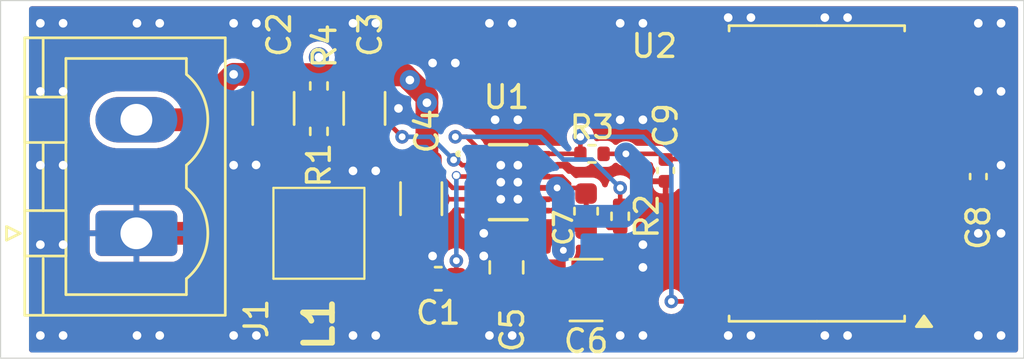
<source format=kicad_pcb>
(kicad_pcb (version 20240108) (generator "pcbnew") (generator_version "8.0")
  (layers (0 "F.Cu" signal "Front") (1 "In1.Cu" signal) (2 "In2.Cu" signal) (31 "B.Cu" signal "Back") (34 "B.Paste" user) (35 "F.Paste" user) (36 "B.SilkS" user "B.Silkscreen") (37 "F.SilkS" user "F.Silkscreen") (38 "B.Mask" user) (39 "F.Mask" user) (44 "Edge.Cuts" user))
  (net 0 "")
  (net 1 "Net-(U1-LX)")
  (net 2 "Net-(U1-BST)")
  (net 3 "24V0")
  (net 4 "GND")
  (net 5 "5.0V")
  (net 6 "+5V_BIAS")
  (net 7 "Net-(U1-EN)")
  (net 8 "Net-(U1-SPS)")
  (net 9 "5V_PG")
  (footprint "Capacitor_SMD:C_0402_1005Metric" (layer "F.Cu") (at 165 125.73 -90)
    (property "Reference" "C9" (at -1.98 0 90) (layer "F.SilkS"))
    (property "Value" "C" (hide yes))
    (fp_line (start -0.107836 0.36) (end 0.107836 0.36) (stroke (width 0.12)) (layer "F.SilkS"))
    (fp_line (start -0.107836 -0.36) (end 0.107836 -0.36) (stroke (width 0.12)) (layer "F.SilkS"))
    (pad "1" smd roundrect (at -0.48 0 270) (size 0.56 0.62) (layers "F.Cu" "F.Paste" "F.Mask") (net 5 "5.0V"))
    (pad "2" smd roundrect (at 0.48 0 270) (size 0.56 0.62) (layers "F.Cu" "F.Paste" "F.Mask") (net 4 "GND"))
  )
  (footprint "Resistor_SMD:R_0402_1005Metric" (layer "F.Cu") (at 161.76 125)
    (property "Reference" "R3" (at 0 -1.17 0) (layer "F.SilkS"))
    (property "Value" "R" (hide yes))
    (fp_line (start -0.153641 -0.38) (end 0.153641 -0.38) (stroke (width 0.12)) (layer "F.SilkS"))
    (fp_line (start -0.153641 0.38) (end 0.153641 0.38) (stroke (width 0.12)) (layer "F.SilkS"))
    (pad "1" smd roundrect (at -0.51 0) (size 0.54 0.64) (layers "F.Cu" "F.Paste" "F.Mask") (net 9 "5V_PG"))
    (pad "2" smd roundrect (at 0.51 0) (size 0.54 0.64) (layers "F.Cu" "F.Paste" "F.Mask") (net 5 "5.0V"))
  )
  (footprint "Capacitor_SMD:C_1206_3216Metric" (layer "F.Cu") (at 151.75 123 -90)
    (property "Reference" "C3" (at -3.25 -0.25 90) (layer "F.SilkS"))
    (property "Value" "C" (hide yes))
    (fp_line (start -0.711252 0.91) (end 0.711252 0.91) (stroke (width 0.12)) (layer "F.SilkS"))
    (fp_line (start -0.711252 -0.91) (end 0.711252 -0.91) (stroke (width 0.12)) (layer "F.SilkS"))
    (pad "1" smd roundrect (at -1.475 0 270) (size 1.15 1.8) (layers "F.Cu" "F.Paste" "F.Mask") (roundrect_rratio 0.217391) (net 3 "24V0"))
    (pad "2" smd roundrect (at 1.475 0 270) (size 1.15 1.8) (layers "F.Cu" "F.Paste" "F.Mask") (roundrect_rratio 0.217391) (net 4 "GND"))
  )
  (footprint "Capacitor_SMD:C_1206_3216Metric" (layer "F.Cu") (at 154.25 126.975 -90)
    (property "Reference" "C4" (at -2.975 -0.25 90) (layer "F.SilkS"))
    (property "Value" "C" (hide yes))
    (fp_line (start -0.711252 0.91) (end 0.711252 0.91) (stroke (width 0.12)) (layer "F.SilkS"))
    (fp_line (start -0.711252 -0.91) (end 0.711252 -0.91) (stroke (width 0.12)) (layer "F.SilkS"))
    (pad "1" smd roundrect (at -1.475 0 270) (size 1.15 1.8) (layers "F.Cu" "F.Paste" "F.Mask") (roundrect_rratio 0.217391) (net 3 "24V0"))
    (pad "2" smd roundrect (at 1.475 0 270) (size 1.15 1.8) (layers "F.Cu" "F.Paste" "F.Mask") (roundrect_rratio 0.217391) (net 4 "GND"))
  )
  (footprint "Capacitor_SMD:C_1210_3225Metric" (layer "F.Cu") (at 161.5 131)
    (property "Reference" "C6" (at 0 2.25 0) (layer "F.SilkS"))
    (property "Value" "22uF" (hide yes))
    (fp_line (start -0.711252 -1.36) (end 0.711252 -1.36) (stroke (width 0.12)) (layer "F.SilkS"))
    (fp_line (start -0.711252 1.36) (end 0.711252 1.36) (stroke (width 0.12)) (layer "F.SilkS"))
    (pad "1" smd roundrect (at -1.475 0) (size 1.15 2.7) (layers "F.Cu" "F.Paste" "F.Mask") (roundrect_rratio 0.217391) (net 5 "5.0V"))
    (pad "2" smd roundrect (at 1.475 0) (size 1.15 2.7) (layers "F.Cu" "F.Paste" "F.Mask") (roundrect_rratio 0.217391) (net 4 "GND"))
  )
  (footprint "Package_SO:SOIC-20W_7.5x12.8mm_P1.27mm" (layer "F.Cu") (at 171.65 125.865 180)
    (property "Reference" "U2" (at 7.15 5.615 0) (layer "F.SilkS"))
    (property "Value" "ATtiny26L-8S" (hide yes))
    (fp_line (start 3.86 6.51) (end 3.86 6.275) (stroke (width 0.12)) (layer "F.SilkS"))
    (fp_line (start 3.86 -6.51) (end 3.86 -6.275) (stroke (width 0.12)) (layer "F.SilkS"))
    (fp_line (start 0 6.51) (end 3.86 6.51) (stroke (width 0.12)) (layer "F.SilkS"))
    (fp_line (start 0 6.51) (end -3.86 6.51) (stroke (width 0.12)) (layer "F.SilkS"))
    (fp_line (start 0 -6.51) (end 3.86 -6.51) (stroke (width 0.12)) (layer "F.SilkS"))
    (fp_line (start 0 -6.51) (end -3.86 -6.51) (stroke (width 0.12)) (layer "F.SilkS"))
    (fp_line (start -3.86 6.51) (end -3.86 6.275) (stroke (width 0.12)) (layer "F.SilkS"))
    (fp_line (start -3.86 -6.51) (end -3.86 -6.275) (stroke (width 0.12)) (layer "F.SilkS"))
    (fp_poly (pts (xy -4.7125 -6.275) (xy -5.0525 -6.745) (xy -4.3725 -6.745) (xy -4.7125 -6.275)) (stroke (width 0.12)) (fill solid) (layer "F.SilkS"))
    (pad "1" smd roundrect (at -4.65 -5.715 180) (size 2.05 0.6) (layers "F.Cu" "F.Paste" "F.Mask"))
    (pad "2" smd roundrect (at -4.65 -4.445 180) (size 2.05 0.6) (layers "F.Cu" "F.Paste" "F.Mask"))
    (pad "3" smd roundrect (at -4.65 -3.175 180) (size 2.05 0.6) (layers "F.Cu" "F.Paste" "F.Mask"))
    (pad "4" smd roundrect (at -4.65 -1.905 180) (size 2.05 0.6) (layers "F.Cu" "F.Paste" "F.Mask"))
    (pad "5" smd roundrect (at -4.65 -0.635 180) (size 2.05 0.6) (layers "F.Cu" "F.Paste" "F.Mask") (net 5 "5.0V"))
    (pad "6" smd roundrect (at -4.65 0.635 180) (size 2.05 0.6) (layers "F.Cu" "F.Paste" "F.Mask") (net 4 "GND"))
    (pad "7" smd roundrect (at -4.65 1.905 180) (size 2.05 0.6) (layers "F.Cu" "F.Paste" "F.Mask"))
    (pad "8" smd roundrect (at -4.65 3.175 180) (size 2.05 0.6) (layers "F.Cu" "F.Paste" "F.Mask"))
    (pad "9" smd roundrect (at -4.65 4.445 180) (size 2.05 0.6) (layers "F.Cu" "F.Paste" "F.Mask"))
    (pad "10" smd roundrect (at -4.65 5.715 180) (size 2.05 0.6) (layers "F.Cu" "F.Paste" "F.Mask"))
    (pad "11" smd roundrect (at 4.65 5.715 180) (size 2.05 0.6) (layers "F.Cu" "F.Paste" "F.Mask"))
    (pad "12" smd roundrect (at 4.65 4.445 180) (size 2.05 0.6) (layers "F.Cu" "F.Paste" "F.Mask"))
    (pad "13" smd roundrect (at 4.65 3.175 180) (size 2.05 0.6) (layers "F.Cu" "F.Paste" "F.Mask"))
    (pad "14" smd roundrect (at 4.65 1.905 180) (size 2.05 0.6) (layers "F.Cu" "F.Paste" "F.Mask"))
    (pad "15" smd roundrect (at 4.65 0.635 180) (size 2.05 0.6) (layers "F.Cu" "F.Paste" "F.Mask") (net 5 "5.0V"))
    (pad "16" smd roundrect (at 4.65 -0.635 180) (size 2.05 0.6) (layers "F.Cu" "F.Paste" "F.Mask") (net 4 "GND"))
    (pad "17" smd roundrect (at 4.65 -1.905 180) (size 2.05 0.6) (layers "F.Cu" "F.Paste" "F.Mask"))
    (pad "18" smd roundrect (at 4.65 -3.175 180) (size 2.05 0.6) (layers "F.Cu" "F.Paste" "F.Mask"))
    (pad "19" smd roundrect (at 4.65 -4.445 180) (size 2.05 0.6) (layers "F.Cu" "F.Paste" "F.Mask"))
    (pad "20" smd roundrect (at 4.65 -5.715 180) (size 2.05 0.6) (layers "F.Cu" "F.Paste" "F.Mask") (net 9 "5V_PG"))
  )
  (footprint "Capacitor_SMD:C_0603_1608Metric" (layer "F.Cu") (at 155 130.5)
    (property "Reference" "C1" (at 0 1.5 0) (layer "F.SilkS"))
    (property "Value" "C" (hide yes))
    (fp_line (start -0.14058 -0.51) (end 0.14058 -0.51) (stroke (width 0.12)) (layer "F.SilkS"))
    (fp_line (start -0.14058 0.51) (end 0.14058 0.51) (stroke (width 0.12)) (layer "F.SilkS"))
    (pad "1" smd roundrect (at -0.775 0) (size 0.9 0.95) (layers "F.Cu" "F.Paste" "F.Mask") (net 1 "Net-(U1-LX)"))
    (pad "2" smd roundrect (at 0.775 0) (size 0.9 0.95) (layers "F.Cu" "F.Paste" "F.Mask") (net 2 "Net-(U1-BST)"))
  )
  (footprint "Capacitor_SMD:C_0805_2012Metric" (layer "F.Cu") (at 158 130 90)
    (property "Reference" "C5" (at -2.75 0.25 90) (layer "F.SilkS"))
    (property "Value" "100nF" (hide yes))
    (fp_line (start -0.261252 -0.735) (end 0.261252 -0.735) (stroke (width 0.12)) (layer "F.SilkS"))
    (fp_line (start -0.261252 0.735) (end 0.261252 0.735) (stroke (width 0.12)) (layer "F.SilkS"))
    (pad "1" smd roundrect (at -0.95 0 90) (size 1 1.45) (layers "F.Cu" "F.Paste" "F.Mask") (net 5 "5.0V"))
    (pad "2" smd roundrect (at 0.95 0 90) (size 1 1.45) (layers "F.Cu" "F.Paste" "F.Mask") (net 4 "GND"))
  )
  (footprint "MAX20076DATCA/V+:21-0664E_MXM" (layer "F.Cu") (at 158.0776 126.25)
    (property "Reference" "U1" (at -0.0776 -3.75 0) (layer "F.SilkS"))
    (property "Value" "MAX20076DATCA/V+" (hide yes))
    (fp_line (start -0.827215 1.651) (end 0.827215 1.651) (stroke (width 0.1524)) (layer "F.SilkS"))
    (fp_line (start 0.827215 -1.651) (end -0.827215 -1.651) (stroke (width 0.1524)) (layer "F.SilkS"))
    (fp_arc (start -2.16154 -1.176171) (mid -2.2566 -1.25) (end -2.16154 -1.323829) (stroke (width 0.1524)) (layer "F.SilkS"))
    (pad "1" smd rect (at -1.4224 -1.25) (size 0.8128 0.254) (layers "F.Cu" "F.Paste" "F.Mask") (net 8 "Net-(U1-SPS)"))
    (pad "2" smd rect (at -1.4224 -0.750001) (size 0.8128 0.254) (layers "F.Cu" "F.Paste" "F.Mask") (net 7 "Net-(U1-EN)"))
    (pad "3" smd rect (at -1.4224 -0.25) (size 0.8128 0.254) (layers "F.Cu" "F.Paste" "F.Mask") (net 2 "Net-(U1-BST)"))
    (pad "4" smd rect (at -1.4224 0.25) (size 0.8128 0.254) (layers "F.Cu" "F.Paste" "F.Mask") (net 3 "24V0"))
    (pad "5" smd rect (at -1.4224 0.750001) (size 0.8128 0.254) (layers "F.Cu" "F.Paste" "F.Mask") (net 1 "Net-(U1-LX)"))
    (pad "6" smd rect (at -1.4224 1.25) (size 0.8128 0.254) (layers "F.Cu" "F.Paste" "F.Mask") (net 4 "GND"))
    (pad "7" smd rect (at 1.4224 1.25) (size 0.8128 0.254) (layers "F.Cu" "F.Paste" "F.Mask") (net 4 "GND"))
    (pad "8" smd rect (at 1.4224 0.750001) (size 0.8128 0.254) (layers "F.Cu" "F.Paste" "F.Mask") (net 6 "+5V_BIAS"))
    (pad "9" smd rect (at 1.4224 0.25) (size 0.8128 0.254) (layers "F.Cu" "F.Paste" "F.Mask") (net 5 "5.0V"))
    (pad "10" smd rect (at 1.4224 -0.25) (size 0.8128 0.254) (layers "F.Cu" "F.Paste" "F.Mask") (net 6 "+5V_BIAS"))
    (pad "11" smd rect (at 1.4224 -0.750001) (size 0.8128 0.254) (layers "F.Cu" "F.Paste" "F.Mask") (net 4 "GND"))
    (pad "12" smd rect (at 1.4224 -1.25) (size 0.8128 0.254) (layers "F.Cu" "F.Paste" "F.Mask") (net 9 "5V_PG"))
    (pad "13" smd rect (at 0 0) (size 1.651 2.5908) (layers "F.Cu" "F.Paste" "F.Mask") (net 4 "GND"))
  )
  (footprint "XAL4030-472MEC:XAL4030472MEC" (layer "F.Cu") (at 149.75 128.5 -90)
    (property "Reference" "L1" (at 4 0 90) (layer "F.SilkS") (effects (font (size 1.27 1.27) (thickness 0.254))))
    (property "Value" "XAL4030-472MEC" (hide yes))
    (fp_line (start -2 2) (end -2 -2) (stroke (width 0.1)) (layer "F.SilkS"))
    (fp_line (start 2 2) (end -2 2) (stroke (width 0.1)) (layer "F.SilkS"))
    (fp_line (start -2 -2) (end 2 -2) (stroke (width 0.1)) (layer "F.SilkS"))
    (fp_line (start 2 -2) (end 2 2) (stroke (width 0.1)) (layer "F.SilkS"))
    (pad "1" smd rect (at -1.185 0 270) (size 0.98 3.4) (layers "F.Cu" "F.Paste" "F.Mask") (net 1 "Net-(U1-LX)"))
    (pad "2" smd rect (at 1.185 0 270) (size 0.98 3.4) (layers "F.Cu" "F.Paste" "F.Mask") (net 5 "5.0V"))
  )
  (footprint "Capacitor_SMD:C_0603_1608Metric" (layer "F.Cu") (at 161.5 127.525 -90)
    (property "Reference" "C7" (at 0.725 1 90) (layer "F.SilkS") (effects (font (size 0.8 0.8))))
    (property "Value" "C" (hide yes))
    (fp_line (start -0.14058 0.51) (end 0.14058 0.51) (stroke (width 0.12)) (layer "F.SilkS"))
    (fp_line (start -0.14058 -0.51) (end 0.14058 -0.51) (stroke (width 0.12)) (layer "F.SilkS"))
    (pad "1" smd roundrect (at -0.775 0 270) (size 0.9 0.95) (layers "F.Cu" "F.Paste" "F.Mask") (net 6 "+5V_BIAS"))
    (pad "2" smd roundrect (at 0.775 0 270) (size 0.9 0.95) (layers "F.Cu" "F.Paste" "F.Mask") (net 4 "GND"))
  )
  (footprint "Capacitor_SMD:C_1206_3216Metric" (layer "F.Cu") (at 147.75 123 -90)
    (property "Reference" "C2" (at -3.25 -0.25 90) (layer "F.SilkS"))
    (property "Value" "C" (hide yes))
    (fp_line (start -0.711252 0.91) (end 0.711252 0.91) (stroke (width 0.12)) (layer "F.SilkS"))
    (fp_line (start -0.711252 -0.91) (end 0.711252 -0.91) (stroke (width 0.12)) (layer "F.SilkS"))
    (pad "1" smd roundrect (at -1.475 0 270) (size 1.15 1.8) (layers "F.Cu" "F.Paste" "F.Mask") (roundrect_rratio 0.217391) (net 3 "24V0"))
    (pad "2" smd roundrect (at 1.475 0 270) (size 1.15 1.8) (layers "F.Cu" "F.Paste" "F.Mask") (roundrect_rratio 0.217391) (net 4 "GND"))
  )
  (footprint "Resistor_SMD:R_0402_1005Metric" (layer "F.Cu") (at 149.75 124.01 -90)
    (property "Reference" "R4" (at -3.76 -0.25 90) (layer "F.SilkS"))
    (property "Value" "R" (hide yes))
    (fp_line (start -0.153641 0.38) (end 0.153641 0.38) (stroke (width 0.12)) (layer "F.SilkS"))
    (fp_line (start -0.153641 -0.38) (end 0.153641 -0.38) (stroke (width 0.12)) (layer "F.SilkS"))
    (pad "1" smd roundrect (at -0.51 0 270) (size 0.54 0.64) (layers "F.Cu" "F.Paste" "F.Mask") (net 7 "Net-(U1-EN)"))
    (pad "2" smd roundrect (at 0.51 0 270) (size 0.54 0.64) (layers "F.Cu" "F.Paste" "F.Mask") (net 4 "GND"))
  )
  (footprint "Resistor_SMD:R_0402_1005Metric" (layer "F.Cu") (at 149.75 122.01 -90)
    (property "Reference" "R1" (at 3.49 0 90) (layer "F.SilkS"))
    (property "Value" "R" (hide yes))
    (fp_line (start -0.153641 0.38) (end 0.153641 0.38) (stroke (width 0.12)) (layer "F.SilkS"))
    (fp_line (start -0.153641 -0.38) (end 0.153641 -0.38) (stroke (width 0.12)) (layer "F.SilkS"))
    (pad "1" smd roundrect (at -0.51 0 270) (size 0.54 0.64) (layers "F.Cu" "F.Paste" "F.Mask") (net 3 "24V0"))
    (pad "2" smd roundrect (at 0.51 0 270) (size 0.54 0.64) (layers "F.Cu" "F.Paste" "F.Mask") (net 7 "Net-(U1-EN)"))
  )
  (footprint "Resistor_SMD:R_0402_1005Metric" (layer "F.Cu") (at 163 127.75 -90)
    (property "Reference" "R2" (at 0 -1.17 90) (layer "F.SilkS"))
    (property "Value" "R" (hide yes))
    (fp_line (start -0.153641 0.38) (end 0.153641 0.38) (stroke (width 0.12)) (layer "F.SilkS"))
    (fp_line (start -0.153641 -0.38) (end 0.153641 -0.38) (stroke (width 0.12)) (layer "F.SilkS"))
    (pad "1" smd roundrect (at -0.51 0 270) (size 0.54 0.64) (layers "F.Cu" "F.Paste" "F.Mask") (net 8 "Net-(U1-SPS)"))
    (pad "2" smd roundrect (at 0.51 0 270) (size 0.54 0.64) (layers "F.Cu" "F.Paste" "F.Mask") (net 6 "+5V_BIAS"))
  )
  (footprint "Connector_Phoenix_MSTB:PhoenixContact_MSTBVA_2,5_2-G_1x02_P5.00mm_Vertical" (layer "F.Cu") (at 141.7225 128.5 90)
    (property "Reference" "J1" (at -3.75 5.2775 90) (layer "F.SilkS"))
    (property "Value" "1778557" (hide yes))
    (fp_line (start 0.3 -5.71) (end 0 -5.11) (stroke (width 0.12)) (layer "F.SilkS"))
    (fp_line (start -0.3 -5.71) (end 0.3 -5.71) (stroke (width 0.12)) (layer "F.SilkS"))
    (fp_line (start 0 -5.11) (end -0.3 -5.71) (stroke (width 0.12)) (layer "F.SilkS"))
    (fp_line (start 8.61 -4.91) (end -3.61 -4.91) (stroke (width 0.12)) (layer "F.SilkS"))
    (fp_line (start 6 -4.91) (end 6 -3.1) (stroke (width 0.12)) (layer "F.SilkS"))
    (fp_line (start 4 -4.91) (end 6 -4.91) (stroke (width 0.12)) (layer "F.SilkS"))
    (fp_line (start 1 -4.91) (end 1 -3.1) (stroke (width 0.12)) (layer "F.SilkS"))
    (fp_line (start -1 -4.91) (end 1 -4.91) (stroke (width 0.12)) (layer "F.SilkS"))
    (fp_line (start -3.61 -4.91) (end -3.61 3.91) (stroke (width 0.12)) (layer "F.SilkS"))
    (fp_line (start 8.61 -4.1) (end 6.11 -4.1) (stroke (width 0.12)) (layer "F.SilkS"))
    (fp_line (start 1 -4.1) (end 4 -4.1) (stroke (width 0.12)) (layer "F.SilkS"))
    (fp_line (start -3.61 -4.1) (end -1.11 -4.1) (stroke (width 0.12)) (layer "F.SilkS"))
    (fp_line (start 7.7 -3.1) (end 7.7 2.2) (stroke (width 0.12)) (layer "F.SilkS"))
    (fp_line (start 6 -3.1) (end 4 -3.1) (stroke (width 0.12)) (layer "F.SilkS"))
    (fp_line (start 4 -3.1) (end 4 -4.91) (stroke (width 0.12)) (layer "F.SilkS"))
    (fp_line (start 1 -3.1) (end -1 -3.1) (stroke (width 0.12)) (layer "F.SilkS"))
    (fp_line (start -1 -3.1) (end -1 -4.91) (stroke (width 0.12)) (layer "F.SilkS"))
    (fp_line (start -2.7 -3.1) (end 7.7 -3.1) (stroke (width 0.12)) (layer "F.SilkS"))
    (fp_line (start 7.7 2.2) (end 7 2.2) (stroke (width 0.12)) (layer "F.SilkS"))
    (fp_line (start 2 2.2) (end 3 2.2) (stroke (width 0.12)) (layer "F.SilkS"))
    (fp_line (start -2 2.2) (end -2.7 2.2) (stroke (width 0.12)) (layer "F.SilkS"))
    (fp_line (start -2.7 2.2) (end -2.7 -3.1) (stroke (width 0.12)) (layer "F.SilkS"))
    (fp_line (start 8.61 3.91) (end 8.61 -4.91) (stroke (width 0.12)) (layer "F.SilkS"))
    (fp_line (start -3.61 3.91) (end 8.61 3.91) (stroke (width 0.12)) (layer "F.SilkS"))
    (fp_arc (start 6.986842 2.215821) (mid 4.989711 3.142758) (end 3 2.2) (stroke (width 0.12)) (layer "F.SilkS"))
    (fp_arc (start 1.986842 2.215821) (mid -0.010289 3.142758) (end -2 2.2) (stroke (width 0.12)) (layer "F.SilkS"))
    (pad "1" thru_hole roundrect (at 0 0 90) (size 2 3.6) (drill 1.4) (layers "*.Cu" "*.Mask") (roundrect_rratio 0.125) (net 4 "GND"))
    (pad "2" thru_hole oval (at 5 0 90) (size 2 3.6) (drill 1.4) (layers "*.Cu" "*.Mask") (net 3 "24V0"))
  )
  (footprint "Capacitor_SMD:C_0402_1005Metric" (layer "F.Cu") (at 178.75 126 90)
    (property "Reference" "C8" (at -2.25 0 90) (layer "F.SilkS"))
    (property "Value" "C" (hide yes))
    (fp_line (start -0.107836 -0.36) (end 0.107836 -0.36) (stroke (width 0.12)) (layer "F.SilkS"))
    (fp_line (start -0.107836 0.36) (end 0.107836 0.36) (stroke (width 0.12)) (layer "F.SilkS"))
    (pad "1" smd roundrect (at -0.48 0 90) (size 0.56 0.62) (layers "F.Cu" "F.Paste" "F.Mask") (net 5 "5.0V"))
    (pad "2" smd roundrect (at 0.48 0 90) (size 0.56 0.62) (layers "F.Cu" "F.Paste" "F.Mask") (net 4 "GND"))
  )
  (gr_rect (start 135.75 118.25) (end 180.75 134) (stroke (width 0.05)) (fill none) (layer "Edge.Cuts"))
  (segment (start 155 127) (end 150.065 127) (width 1) (layer "F.Cu") (net 1))
  (segment (start 153.775 130.5) (end 152.185 128.91) (width 1) (layer "F.Cu") (net 1))
  (segment (start 150.065 127) (end 149.75 127.315) (width 1) (layer "F.Cu") (net 1))
  (segment (start 154.225 130.5) (end 153.775 130.5) (width 1) (layer "F.Cu") (net 1))
  (segment (start 152.185 128.91) (end 152.185 127.315) (width 1) (layer "F.Cu") (net 1))
  (segment (start 154.225 130.5) (end 153.5 130.5) (width 0.5) (layer "F.Cu") (net 1))
  (segment (start 155.000001 127.000001) (end 155 127) (width 0.2) (layer "F.Cu") (net 1))
  (segment (start 156.6552 127.000001) (end 155.000001 127.000001) (width 0.2) (layer "F.Cu") (net 1))
  (segment (start 155.838479 126) (end 156.6552 126) (width 0.2) (layer "F.Cu") (net 2))
  (segment (start 155.79424 129.70576) (end 155.79424 130.48076) (width 0.2) (layer "F.Cu") (net 2))
  (segment (start 155.79424 129.70576) (end 155.775 129.725) (width 0.2) (layer "F.Cu") (net 2))
  (segment (start 155.79424 130.48076) (end 155.775 130.5) (width 0.2) (layer "F.Cu") (net 2))
  (segment (start 155.79424 125.955761) (end 155.838479 126) (width 0.2) (layer "F.Cu") (net 2))
  (via (at 155.79424 129.70576) (size 0.6) (drill 0.3) (layers "F.Cu" "B.Cu") (net 2))
  (via (at 155.79424 125.955761) (size 0.4) (drill 0.3) (layers "F.Cu" "B.Cu") (net 2))
  (segment (start 155.79424 129.70576) (end 155.79424 125.955761) (width 0.2) (layer "B.Cu") (net 2))
  (segment (start 154.275 125.525) (end 154.5 125.525) (width 0.2) (layer "F.Cu") (net 3))
  (segment (start 154.5 125.525) (end 154.5 122.75) (width 1) (layer "F.Cu") (net 3))
  (segment (start 153.75 121.75) (end 153.525 121.525) (width 1) (layer "F.Cu") (net 3))
  (segment (start 156.6552 126.5) (end 155.631371 126.5) (width 0.2) (layer "F.Cu") (net 3))
  (segment (start 154.5 122.75) (end 154.5 122.5) (width 1) (layer "F.Cu") (net 3))
  (segment (start 145.975 121.525) (end 144 123.5) (width 1) (layer "F.Cu") (net 3))
  (segment (start 154.5 122.5) (end 153.75 121.75) (width 1) (layer "F.Cu") (net 3))
  (segment (start 155.631371 126.5) (end 154.631371 125.5) (width 0.2) (layer "F.Cu") (net 3))
  (segment (start 154.631371 125.5) (end 154.25 125.5) (width 0.2) (layer "F.Cu") (net 3))
  (segment (start 146 121.5) (end 145.975 121.525) (width 1) (layer "F.Cu") (net 3))
  (segment (start 154.25 125.5) (end 154.275 125.525) (width 0.2) (layer "F.Cu") (net 3))
  (segment (start 144 123.5) (end 141.7225 123.5) (width 1) (layer "F.Cu") (net 3))
  (segment (start 153.525 121.525) (end 146 121.5) (width 1) (layer "F.Cu") (net 3))
  (segment (start 149.75 121.5) (end 149.75 120.75) (width 0.254) (layer "F.Cu") (net 3))
  (via (at 146 121.5) (size 0.889) (drill 0.381) (layers "F.Cu" "B.Cu") (net 3))
  (via (at 154.5 122.75) (size 0.889) (drill 0.381) (layers "F.Cu" "B.Cu") (net 3))
  (via (at 149.75 120.75) (size 0.889) (drill 0.381) (layers "F.Cu" "B.Cu") (net 3))
  (via (at 153.75 121.75) (size 0.889) (drill 0.381) (layers "F.Cu" "B.Cu") (net 3))
  (segment (start 160.499999 125.499999) (end 160.5 125.5) (width 0.254) (layer "F.Cu") (net 4))
  (segment (start 141.7225 128.5) (end 143.975 128.5) (width 1) (layer "F.Cu") (net 4))
  (segment (start 159.5 125.499999) (end 160.499999 125.499999) (width 0.254) (layer "F.Cu") (net 4))
  (segment (start 160.75 125.75) (end 161.25 125.75) (width 0.254) (layer "F.Cu") (net 4))
  (segment (start 148 124.475) (end 151.5 124.475) (width 1) (layer "F.Cu") (net 4))
  (segment (start 166.98 126.525) (end 166.985 126.52) (width 0.2) (layer "F.Cu") (net 4))
  (segment (start 160.5 125.5) (end 160.75 125.75) (width 0.254) (layer "F.Cu") (net 4))
  (segment (start 143.975 128.5) (end 148 124.475) (width 1) (layer "F.Cu") (net 4))
  (via (at 172 133) (size 0.889) (drill 0.381) (layers "F.Cu" "B.Cu") (net 4))
  (via (at 158.5 125.5) (size 0.889) (drill 0.381) (layers "F.Cu" "B.Cu") (net 4))
  (via (at 163 133) (size 0.889) (drill 0.381) (layers "F.Cu" "B.Cu") (net 4))
  (via (at 151.25 125.75) (size 0.889) (drill 0.381) (layers "F.Cu" "B.Cu") (net 4))
  (via (at 146.9875 125.4875) (size 0.889) (drill 0.381) (layers "F.Cu" "B.Cu") (net 4))
  (via (at 141.75 133) (size 0.889) (drill 0.381) (layers "F.Cu" "B.Cu") (net 4))
  (via (at 178.75 128.5) (size 0.889) (drill 0.381) (layers "F.Cu" "B.Cu") (net 4))
  (via (at 153.25 123) (size 0.889) (drill 0.381) (layers "F.Cu" "B.Cu") (net 4))
  (via (at 179.75 125.5) (size 0.889) (drill 0.381) (layers "F.Cu" "B.Cu") (net 4))
  (via (at 155.75 121) (size 0.889) (drill 0.381) (layers "F.Cu" "B.Cu") (net 4))
  (via (at 152.25 125.75) (size 0.889) (drill 0.381) (layers "F.Cu" "B.Cu") (net 4))
  (via (at 167.75 133) (size 0.889) (drill 0.381) (layers "F.Cu" "B.Cu") (net 4))
  (via (at 163 123.5) (size 0.889) (drill 0.381) (layers "F.Cu" "B.Cu") (net 4))
  (via (at 137.5 125.5) (size 0.889) (drill 0.381) (layers "F.Cu" "B.Cu") (net 4))
  (via (at 146 125.5) (size 0.889) (drill 0.381) (layers "F.Cu" "B.Cu") (net 4))
  (via (at 154.75 129.5) (size 0.889) (drill 0.381) (layers "F.Cu" "B.Cu") (net 4))
  (via (at 152.25 119.25) (size 0.889) (drill 0.381) (layers "F.Cu" "B.Cu") (net 4))
  (via (at 158.5 127) (size 0.889) (drill 0.381) (layers "F.Cu" "B.Cu") (net 4))
  (via (at 157.75 127) (size 0.889) (drill 0.381) (layers "F.Cu" "B.Cu") (net 4))
  (via (at 172 119) (size 0.889) (drill 0.381) (layers "F.Cu" "B.Cu") (net 4))
  (via (at 154.75 121) (size 0.889) (drill 0.381) (layers "F.Cu" "B.Cu") (net 4))
  (via (at 173 119) (size 0.889) (drill 0.381) (layers "F.Cu" "B.Cu") (net 4))
  (via (at 179.75 122.25) (size 0.889) (drill 0.381) (layers "F.Cu" "B.Cu") (net 4))
  (via (at 179.75 119.25) (size 0.889) (drill 0.381) (layers "F.Cu" "B.Cu") (net 4))
  (via (at 151.25 119.25) (size 0.889) (drill 0.381) (layers "F.Cu" "B.Cu") (net 4))
  (via (at 158.5 126.25) (size 0.889) (drill 0.381) (layers "F.Cu" "B.Cu") (net 4))
  (via (at 164 129) (size 0.889) (drill 0.381) (layers "F.Cu" "B.Cu") (net 4))
  (via (at 138.5 125.5) (size 0.889) (drill 0.381) (layers "F.Cu" "B.Cu") (net 4))
  (via (at 146 133) (size 0.889) (drill 0.381) (layers "F.Cu" "B.Cu") (net 4))
  (via (at 179.75 128.5) (size 0.889) (drill 0.381) (layers "F.Cu" "B.Cu") (net 4))
  (via (at 147 133) (size 0.889) (drill 0.381) (layers "F.Cu" "B.Cu") (net 4))
  (via (at 168.75 119) (size 0.889) (drill 0.381) (layers "F.Cu" "B.Cu") (net 4))
  (via (at 141.75 119.25) (size 0.889) (drill 0.381) (layers "F.Cu" "B.Cu") (net 4))
  (via (at 142.75 119.25) (size 0.889) (drill 0.381) (layers "F.Cu" "B.Cu") (net 4))
  (via (at 164 133) (size 0.889) (drill 0.381) (layers "F.Cu" "B.Cu") (net 4))
  (via (at 168.75 133) (size 0.889) (drill 0.381) (layers "F.Cu" "B.Cu") (net 4))
  (via (at 178.75 122.25) (size 0.889) (drill 0.381) (layers "F.Cu" "B.Cu") (net 4))
  (via (at 157 129.5) (size 0.889) (drill 0.381) (layers "F.Cu" "B.Cu") (net 4))
  (via (at 137.5 129) (size 0.889) (drill 0.381) (layers "F.Cu" "B.Cu") (net 4))
  (via (at 147 119.25) (size 0.889) (drill 0.381) (layers "F.Cu" "B.Cu") (net 4))
  (via (at 137.5 133) (size 0.889) (drill 0.381) (layers "F.Cu" "B.Cu") (net 4))
  (via (at 138.5 133) (size 0.889) (drill 0.381) (layers "F.Cu" "B.Cu") (net 4))
  (via (at 179.75 133) (size 0.889) (drill 0.381) (layers "F.Cu" "B.Cu") (net 4))
  (via (at 158.25 133) (size 0.889) (drill 0.381) (layers "F.Cu" "B.Cu") (net 4))
  (via (at 137.5 119.25) (size 0.889) (drill 0.381) (layers "F.Cu" "B.Cu") (net 4))
  (via (at 164 130) (size 0.889) (drill 0.381) (layers "F.Cu" "B.Cu") (net 4))
  (via (at 157.75 126.25) (size 0.889) (drill 0.381) (layers "F.Cu" "B.Cu") (net 4))
  (via (at 167.75 119) (size 0.889) (drill 0.381) (layers "F.Cu" "B.Cu") (net 4))
  (via (at 157.25 119.25) (size 0.889) (drill 0.381) (layers "F.Cu" "B.Cu") (net 4))
  (via (at 178.75 133) (size 0.889) (drill 0.381) (layers "F.Cu" "B.Cu") (net 4))
  (via (at 157 129.5) (size 0.889) (drill 0.381) (layers "F.Cu" "B.Cu") (net 4))
  (via (at 151.25 133) (size 0.889) (drill 0.381) (layers "F.Cu" "B.Cu") (net 4))
  (via (at 164 123.5) (size 0.889) (drill 0.381) (layers "F.Cu" "B.Cu") (net 4))
  (via (at 146 119.25) (size 0.889) (drill 0.381) (layers "F.Cu" "B.Cu") (net 4))
  (via (at 164 119.25) (size 0.889) (drill 0.381) (layers "F.Cu" "B.Cu") (net 4))
  (via (at 163 119.25) (size 0.889) (drill 0.381) (layers "F.Cu" "B.Cu") (net 4))
  (via (at 157.25 133) (size 0.889) (drill 0.381) (layers "F.Cu" "B.Cu") (net 4))
  (via (at 173 133) (size 0.889) (drill 0.381) (layers "F.Cu" "B.Cu") (net 4))
  (via (at 178.75 119.25) (size 0.889) (drill 0.381) (layers "F.Cu" "B.Cu") (net 4))
  (via (at 157 128.5) (size 0.889) (drill 0.381) (layers "F.Cu" "B.Cu") (net 4))
  (via (at 142.75 133) (size 0.889) (drill 0.381) (layers "F.Cu" "B.Cu") (net 4))
  (via (at 138.5 129) (size 0.889) (drill 0.381) (layers "F.Cu" "B.Cu") (net 4))
  (via (at 138.5 119.25) (size 0.889) (drill 0.381) (layers "F.Cu" "B.Cu") (net 4))
  (via (at 157.5 123.5) (size 0.889) (drill 0.381) (layers "F.Cu" "B.Cu") (net 4))
  (via (at 137.5 122.25) (size 0.889) (drill 0.381) (layers "F.Cu" "B.Cu") (net 4))
  (via (at 158.5 123.5) (size 0.889) (drill 0.381) (layers "F.Cu" "B.Cu") (net 4))
  (via (at 157.75 125.5) (size 0.889) (drill 0.381) (layers "F.Cu" "B.Cu") (net 4))
  (via (at 152.25 133) (size 0.889) (drill 0.381) (layers "F.Cu" "B.Cu") (net 4))
  (via (at 138.5 122.25) (size 0.889) (drill 0.381) (layers "F.Cu" "B.Cu") (net 4))
  (via (at 158.25 119.25) (size 0.889) (drill 0.381) (layers "F.Cu" "B.Cu") (net 4))
  (segment (start 150 129.685) (end 150.935 129.685) (width 1) (layer "F.Cu") (net 5))
  (segment (start 165.25 125.25) (end 165.27 125.23) (width 0.2) (layer "F.Cu") (net 5))
  (segment (start 172.52 126.52) (end 171.25 125.25) (width 0.2) (layer "F.Cu") (net 5))
  (segment (start 164.75 125) (end 165 125.25) (width 0.2) (layer "F.Cu") (net 5))
  (segment (start 158 130.95) (end 159.975 130.95) (width 1) (layer "F.Cu") (net 5))
  (segment (start 165.27 125.23) (end 167 125.23) (width 0.2) (layer "F.Cu") (net 5))
  (segment (start 178.75 126.48) (end 176.32 126.48) (width 0.2) (layer "F.Cu") (net 5))
  (segment (start 160.5 129.25) (end 160.5 130.525) (width 0.2) (layer "F.Cu") (net 5))
  (segment (start 176.32 126.48) (end 176.3 126.5) (width 0.2) (layer "F.Cu") (net 5))
  (segment (start 171.25 125.25) (end 166.985 125.25) (width 0.2) (layer "F.Cu") (net 5))
  (segment (start 153 131.75) (end 157.2 131.75) (width 1) (layer "F.Cu") (net 5))
  (segment (start 165 125.25) (end 165.25 125.25) (width 0.2) (layer "F.Cu") (net 5))
  (segment (start 162.27 125) (end 163.25 125) (width 0.2) (layer "F.Cu") (net 5))
  (segment (start 176.285 126.52) (end 172.52 126.52) (width 0.2) (layer "F.Cu") (net 5))
  (segment (start 160.5 130.525) (end 160.025 131) (width 0.2) (layer "F.Cu") (net 5))
  (segment (start 157.2 131.75) (end 158 130.95) (width 1) (layer "F.Cu") (net 5))
  (segment (start 150.935 129.685) (end 153 131.75) (width 1) (layer "F.Cu") (net 5))
  (segment (start 160.225292 126.5) (end 159.5 126.5) (width 0.2) (layer "F.Cu") (net 5))
  (segment (start 163.25 125) (end 164.75 125) (width 0.2) (layer "F.Cu") (net 5))
  (segment (start 159.975 130.95) (end 160.025 131) (width 1) (layer "F.Cu") (net 5))
  (via (at 160.5 129.25) (size 0.6) (drill 0.3) (layers "F.Cu" "B.Cu") (net 5))
  (via (at 163.25 125) (size 0.6) (drill 0.3) (layers "F.Cu" "B.Cu") (net 5))
  (via (at 160.225292 126.5) (size 0.4) (drill 0.3) (layers "F.Cu" "B.Cu") (net 5))
  (segment (start 163.927 125.677) (end 163.927 126.987214) (width 1) (layer "B.Cu") (net 5))
  (segment (start 160.5 129.25) (end 160.5 126.774708) (width 1) (layer "B.Cu") (net 5))
  (segment (start 163.927 126.987214) (end 163.164214 127.75) (width 1) (layer "B.Cu") (net 5))
  (segment (start 160.5 126.774708) (end 160.225292 126.5) (width 1) (layer "B.Cu") (net 5))
  (segment (start 163.25 125) (end 163.927 125.677) (width 1) (layer "B.Cu") (net 5))
  (segment (start 163.164214 127.75) (end 160.5 127.75) (width 1) (layer "B.Cu") (net 5))
  (segment (start 160.75 126.5) (end 160.75 126.682399) (width 0.2) (layer "F.Cu") (net 6))
  (segment (start 159.5 127.000001) (end 160.432398 127.000001) (width 0.2) (layer "F.Cu") (net 6))
  (segment (start 161.973696 127.55) (end 161.8 127.55) (width 0.2) (layer "F.Cu") (net 6))
  (segment (start 161.8 127.55) (end 161.5 127.25) (width 0.2) (layer "F.Cu") (net 6))
  (segment (start 162.51 128.26) (end 162.275 128.025) (width 0.2) (layer "F.Cu") (net 6))
  (segment (start 160.682399 126.25) (end 160.432399 126) (width 0.2) (layer "F.Cu") (net 6))
  (segment (start 162.275 128.025) (end 162.275 127.851304) (width 0.2) (layer "F.Cu") (net 6))
  (segment (start 160.75 126.317601) (end 160.75 126.5) (width 0.2) (layer "F.Cu") (net 6))
  (segment (start 163 128.26) (end 162.51 128.26) (width 0.2) (layer "F.Cu") (net 6))
  (segment (start 160.432399 126) (end 160.75 126.317601) (width 0.2) (layer "F.Cu") (net 6))
  (segment (start 159.5 126) (end 160.432399 126) (width 0.2) (layer "F.Cu") (net 6))
  (segment (start 160.432398 127.000001) (end 160.75 126.682399) (width 0.2) (layer "F.Cu") (net 6))
  (segment (start 162.275 127.851304) (end 161.973696 127.55) (width 0.2) (layer "F.Cu") (net 6))
  (segment (start 160.75 126.5) (end 161.25 126.5) (width 0.2) (layer "F.Cu") (net 6))
  (segment (start 161.5 127.25) (end 161.5 126.75) (width 0.2) (layer "F.Cu") (net 6))
  (segment (start 155.814571 125.26577) (end 155.676294 125.26577) (width 0.2) (layer "F.Cu") (net 7))
  (segment (start 149.75 123.5) (end 149.75 123) (width 0.2) (layer "F.Cu") (net 7))
  (segment (start 149.75 123) (end 149.75 122.52) (width 0.2) (layer "F.Cu") (net 7))
  (segment (start 156.6552 125.499999) (end 156.0488 125.499999) (width 0.2) (layer "F.Cu") (net 7))
  (segment (start 153.410524 124.25) (end 152.160524 123) (width 0.2) (layer "F.Cu") (net 7))
  (segment (start 156.0488 125.499999) (end 155.814571 125.26577) (width 0.2) (layer "F.Cu") (net 7))
  (segment (start 152.160524 123) (end 149.75 123) (width 0.2) (layer "F.Cu") (net 7))
  (via (at 153.410524 124.25) (size 0.6) (drill 0.3) (layers "F.Cu" "B.Cu") (net 7))
  (via (at 155.676294 125.26577) (size 0.6) (drill 0.3) (layers "F.Cu" "B.Cu") (net 7))
  (segment (start 154.660524 124.25) (end 155.676294 125.26577) (width 0.2) (layer "B.Cu") (net 7))
  (segment (start 153.410524 124.25) (end 154.660524 124.25) (width 0.2) (layer "B.Cu") (net 7))
  (segment (start 163 126.5) (end 163 127.24) (width 0.2) (layer "F.Cu") (net 8))
  (segment (start 156.6552 124.6552) (end 156.6552 125) (width 0.2) (layer "F.Cu") (net 8))
  (segment (start 155.75 124.25) (end 156.25 124.25) (width 0.2) (layer "F.Cu") (net 8))
  (segment (start 156.25 124.25) (end 156.6552 124.6552) (width 0.2) (layer "F.Cu") (net 8))
  (via (at 155.75 124.25) (size 0.6) (drill 0.3) (layers "F.Cu" "B.Cu") (net 8))
  (via (at 163 126.5) (size 0.6) (drill 0.3) (layers "F.Cu" "B.Cu") (net 8))
  (segment (start 163 126.5) (end 161.75 125.25) (width 0.2) (layer "B.Cu") (net 8))
  (segment (start 159.5 124.25) (end 155.75 124.25) (width 0.2) (layer "B.Cu") (net 8))
  (segment (start 161.75 125.25) (end 160.5 125.25) (width 0.2) (layer "B.Cu") (net 8))
  (segment (start 160.5 125.25) (end 159.5 124.25) (width 0.2) (layer "B.Cu") (net 8))
  (segment (start 161.25 124.25) (end 161.25 125) (width 0.2) (layer "F.Cu") (net 9))
  (segment (start 166.92 131.5) (end 167 131.58) (width 0.2) (layer "F.Cu") (net 9))
  (segment (start 159.5 125) (end 161.25 125) (width 0.2) (layer "F.Cu") (net 9))
  (segment (start 165.25 131.5) (end 166.92 131.5) (width 0.2) (layer "F.Cu") (net 9))
  (via (at 165.25 131.5) (size 0.6) (drill 0.3) (layers "F.Cu" "B.Cu") (net 9))
  (via (at 161.25 124.25) (size 0.6858) (drill 0.3302) (layers "F.Cu" "B.Cu") (net 9))
  (segment (start 165.25 125.5) (end 164 124.25) (width 0.2) (layer "B.Cu") (net 9))
  (segment (start 165.25 131.5) (end 165.25 125.5) (width 0.2) (layer "B.Cu") (net 9))
  (segment (start 164 124.25) (end 161.25 124.25) (width 0.2) (layer "B.Cu") (net 9))
  (zone (net 4) (net_name "GND") (layer "F.Cu") (connect_pads (clearance 0.254)) (min_thickness 0.254) (fill yes (thermal_gap 0.254) (thermal_bridge_width 0.254))
    (polygon (pts (xy 137 133.75) (xy 137 118.5) (xy 180.5 118.5) (xy 180.5 133.75)))
  )
  (zone (net 4) (net_name "GND") (layer "B.Cu") (priority 1) (connect_pads (clearance 0.254)) (min_thickness 0.254) (fill yes (thermal_gap 0.254) (thermal_bridge_width 0.254))
    (polygon (pts (xy 180.5 118.5) (xy 180.5 133.75) (xy 137 133.75) (xy 137 118.5)))
  )
)
</source>
